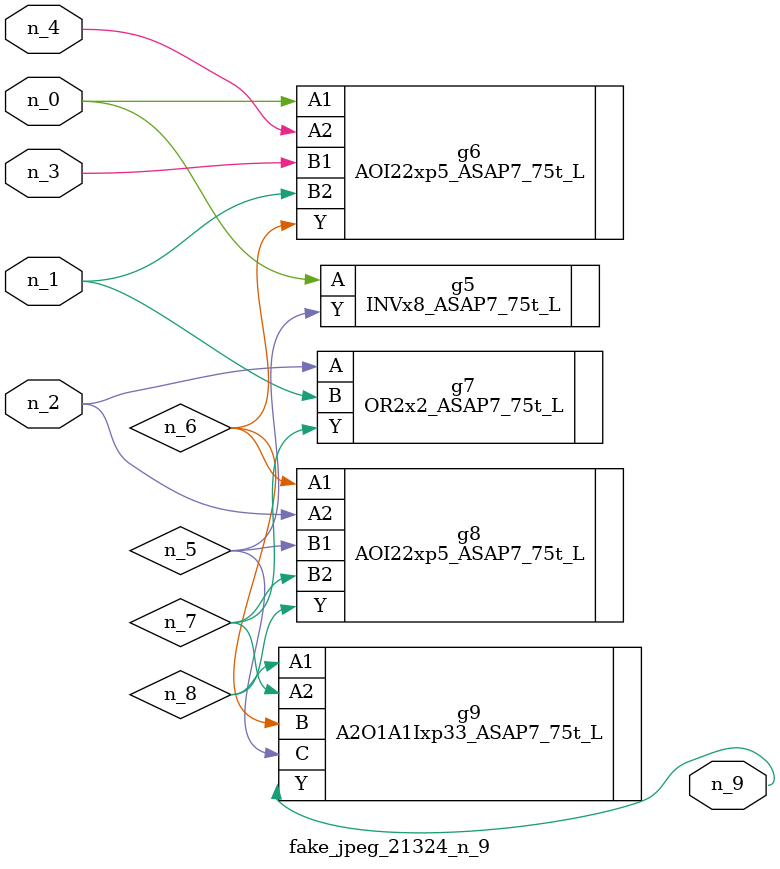
<source format=v>
module fake_jpeg_21324_n_9 (n_3, n_2, n_1, n_0, n_4, n_9);

input n_3;
input n_2;
input n_1;
input n_0;
input n_4;

output n_9;

wire n_8;
wire n_6;
wire n_5;
wire n_7;

INVx8_ASAP7_75t_L g5 ( 
.A(n_0),
.Y(n_5)
);

AOI22xp5_ASAP7_75t_L g6 ( 
.A1(n_0),
.A2(n_4),
.B1(n_3),
.B2(n_1),
.Y(n_6)
);

OR2x2_ASAP7_75t_L g7 ( 
.A(n_2),
.B(n_1),
.Y(n_7)
);

AOI22xp5_ASAP7_75t_L g8 ( 
.A1(n_6),
.A2(n_2),
.B1(n_5),
.B2(n_7),
.Y(n_8)
);

A2O1A1Ixp33_ASAP7_75t_L g9 ( 
.A1(n_8),
.A2(n_7),
.B(n_6),
.C(n_5),
.Y(n_9)
);


endmodule
</source>
